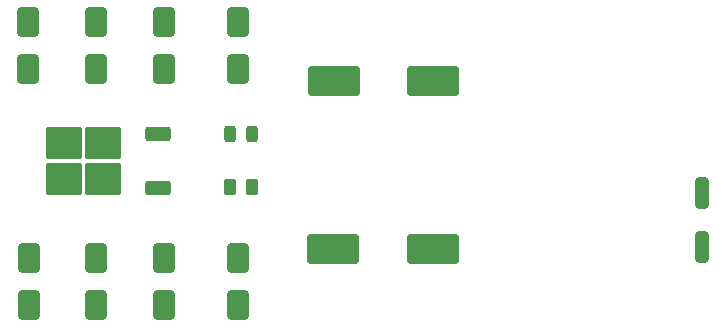
<source format=gbr>
%TF.GenerationSoftware,KiCad,Pcbnew,7.0.8*%
%TF.CreationDate,2024-03-30T18:50:20+07:00*%
%TF.ProjectId,2wd_control,3277645f-636f-46e7-9472-6f6c2e6b6963,rev?*%
%TF.SameCoordinates,Original*%
%TF.FileFunction,Paste,Top*%
%TF.FilePolarity,Positive*%
%FSLAX46Y46*%
G04 Gerber Fmt 4.6, Leading zero omitted, Abs format (unit mm)*
G04 Created by KiCad (PCBNEW 7.0.8) date 2024-03-30 18:50:20*
%MOMM*%
%LPD*%
G01*
G04 APERTURE LIST*
G04 Aperture macros list*
%AMRoundRect*
0 Rectangle with rounded corners*
0 $1 Rounding radius*
0 $2 $3 $4 $5 $6 $7 $8 $9 X,Y pos of 4 corners*
0 Add a 4 corners polygon primitive as box body*
4,1,4,$2,$3,$4,$5,$6,$7,$8,$9,$2,$3,0*
0 Add four circle primitives for the rounded corners*
1,1,$1+$1,$2,$3*
1,1,$1+$1,$4,$5*
1,1,$1+$1,$6,$7*
1,1,$1+$1,$8,$9*
0 Add four rect primitives between the rounded corners*
20,1,$1+$1,$2,$3,$4,$5,0*
20,1,$1+$1,$4,$5,$6,$7,0*
20,1,$1+$1,$6,$7,$8,$9,0*
20,1,$1+$1,$8,$9,$2,$3,0*%
G04 Aperture macros list end*
%ADD10RoundRect,0.250000X0.650000X-1.000000X0.650000X1.000000X-0.650000X1.000000X-0.650000X-1.000000X0*%
%ADD11RoundRect,0.250000X0.850000X0.350000X-0.850000X0.350000X-0.850000X-0.350000X0.850000X-0.350000X0*%
%ADD12RoundRect,0.250000X1.275000X1.125000X-1.275000X1.125000X-1.275000X-1.125000X1.275000X-1.125000X0*%
%ADD13RoundRect,0.301219X-0.301218X1.011780X-0.301218X-1.011780X0.301218X-1.011780X0.301218X1.011780X0*%
%ADD14RoundRect,0.297250X-0.297250X1.015750X-0.297250X-1.015750X0.297250X-1.015750X0.297250X1.015750X0*%
%ADD15RoundRect,0.250000X-1.950000X-1.000000X1.950000X-1.000000X1.950000X1.000000X-1.950000X1.000000X0*%
%ADD16RoundRect,0.250000X-0.262500X-0.450000X0.262500X-0.450000X0.262500X0.450000X-0.262500X0.450000X0*%
%ADD17RoundRect,0.243750X-0.243750X-0.456250X0.243750X-0.456250X0.243750X0.456250X-0.243750X0.456250X0*%
G04 APERTURE END LIST*
D10*
%TO.C,D5*%
X184490000Y-117250000D03*
X184490000Y-113250000D03*
%TD*%
%TO.C,D7*%
X172440000Y-97250000D03*
X172440000Y-93250000D03*
%TD*%
%TO.C,D4*%
X178240000Y-117250000D03*
X178240000Y-113250000D03*
%TD*%
D11*
%TO.C,U3*%
X177700000Y-107280000D03*
D12*
X173075000Y-106525000D03*
X173075000Y-103475000D03*
X169725000Y-106525000D03*
X169725000Y-103475000D03*
D11*
X177700000Y-102720000D03*
%TD*%
D10*
%TO.C,D2*%
X166740000Y-117250000D03*
X166740000Y-113250000D03*
%TD*%
D13*
%TO.C,U4*%
X223750000Y-107750000D03*
D14*
X223750000Y-112322000D03*
%TD*%
D15*
%TO.C,C1*%
X192550000Y-112500000D03*
X200950000Y-112500000D03*
%TD*%
D10*
%TO.C,D3*%
X172490000Y-117250000D03*
X172490000Y-113250000D03*
%TD*%
%TO.C,D9*%
X184490000Y-97250000D03*
X184490000Y-93250000D03*
%TD*%
D16*
%TO.C,R1*%
X183837500Y-107250000D03*
X185662500Y-107250000D03*
%TD*%
D15*
%TO.C,C2*%
X192600000Y-98250000D03*
X201000000Y-98250000D03*
%TD*%
D17*
%TO.C,D1*%
X183812500Y-102750000D03*
X185687500Y-102750000D03*
%TD*%
D10*
%TO.C,D6*%
X166690000Y-97250000D03*
X166690000Y-93250000D03*
%TD*%
%TO.C,D8*%
X178190000Y-97250000D03*
X178190000Y-93250000D03*
%TD*%
M02*

</source>
